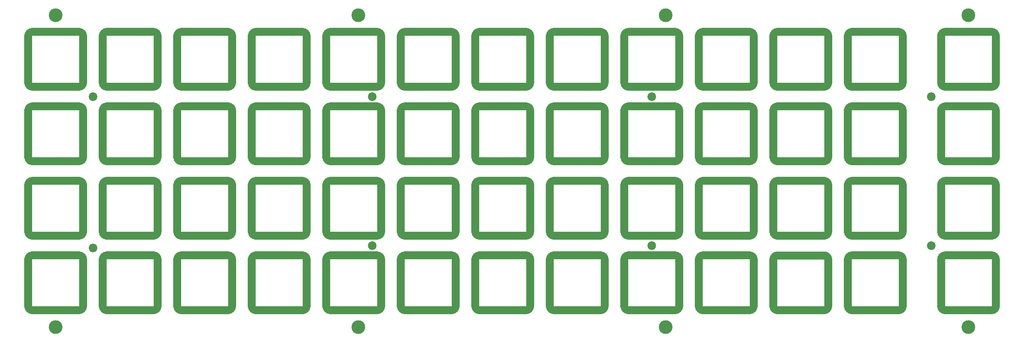
<source format=gbr>
G04 #@! TF.GenerationSoftware,KiCad,Pcbnew,(5.1.10-1-10_14)*
G04 #@! TF.CreationDate,2021-09-09T13:03:30-05:00*
G04 #@! TF.ProjectId,ori_top_plate,6f72695f-746f-4705-9f70-6c6174652e6b,rev?*
G04 #@! TF.SameCoordinates,Original*
G04 #@! TF.FileFunction,Soldermask,Top*
G04 #@! TF.FilePolarity,Negative*
%FSLAX46Y46*%
G04 Gerber Fmt 4.6, Leading zero omitted, Abs format (unit mm)*
G04 Created by KiCad (PCBNEW (5.1.10-1-10_14)) date 2021-09-09 13:03:30*
%MOMM*%
%LPD*%
G01*
G04 APERTURE LIST*
%ADD10C,2.000000*%
%ADD11C,2.200000*%
%ADD12C,3.500000*%
G04 APERTURE END LIST*
D10*
X314373170Y-100156700D02*
X302373170Y-100156700D01*
X301373170Y-113156700D02*
X301373170Y-101156700D01*
X302373170Y-114156700D02*
X314373170Y-114156700D01*
X315373170Y-101156700D02*
X315373170Y-113156700D01*
X314373170Y-100156700D02*
G75*
G02*
X315373170Y-101156700I0J-1000000D01*
G01*
X315373170Y-113156700D02*
G75*
G02*
X314373170Y-114156700I-1000000J0D01*
G01*
X302373170Y-114156700D02*
G75*
G02*
X301373170Y-113156700I0J1000000D01*
G01*
X301373170Y-101156700D02*
G75*
G02*
X302373170Y-100156700I1000000J0D01*
G01*
X161972530Y-43006460D02*
X149972530Y-43006460D01*
X148972530Y-56006460D02*
X148972530Y-44006460D01*
X149972530Y-57006460D02*
X161972530Y-57006460D01*
X162972530Y-44006460D02*
X162972530Y-56006460D01*
X161972530Y-43006460D02*
G75*
G02*
X162972530Y-44006460I0J-1000000D01*
G01*
X162972530Y-56006460D02*
G75*
G02*
X161972530Y-57006460I-1000000J0D01*
G01*
X149972530Y-57006460D02*
G75*
G02*
X148972530Y-56006460I0J1000000D01*
G01*
X148972530Y-44006460D02*
G75*
G02*
X149972530Y-43006460I1000000J0D01*
G01*
X395336010Y-100156700D02*
X383336010Y-100156700D01*
X382336010Y-113156700D02*
X382336010Y-101156700D01*
X383336010Y-114156700D02*
X395336010Y-114156700D01*
X396336010Y-101156700D02*
X396336010Y-113156700D01*
X395336010Y-100156700D02*
G75*
G02*
X396336010Y-101156700I0J-1000000D01*
G01*
X396336010Y-113156700D02*
G75*
G02*
X395336010Y-114156700I-1000000J0D01*
G01*
X383336010Y-114156700D02*
G75*
G02*
X382336010Y-113156700I0J1000000D01*
G01*
X382336010Y-101156700D02*
G75*
G02*
X383336010Y-100156700I1000000J0D01*
G01*
X395335890Y-81106428D02*
X383335890Y-81106428D01*
X382335890Y-94106428D02*
X382335890Y-82106428D01*
X383335890Y-95106428D02*
X395335890Y-95106428D01*
X396335890Y-82106428D02*
X396335890Y-94106428D01*
X395335890Y-81106428D02*
G75*
G02*
X396335890Y-82106428I0J-1000000D01*
G01*
X396335890Y-94106428D02*
G75*
G02*
X395335890Y-95106428I-1000000J0D01*
G01*
X383335890Y-95106428D02*
G75*
G02*
X382335890Y-94106428I0J1000000D01*
G01*
X382335890Y-82106428D02*
G75*
G02*
X383335890Y-81106428I1000000J0D01*
G01*
X395335890Y-62056444D02*
X383335890Y-62056444D01*
X382335890Y-75056444D02*
X382335890Y-63056444D01*
X383335890Y-76056444D02*
X395335890Y-76056444D01*
X396335890Y-63056444D02*
X396335890Y-75056444D01*
X395335890Y-62056444D02*
G75*
G02*
X396335890Y-63056444I0J-1000000D01*
G01*
X396335890Y-75056444D02*
G75*
G02*
X395335890Y-76056444I-1000000J0D01*
G01*
X383335890Y-76056444D02*
G75*
G02*
X382335890Y-75056444I0J1000000D01*
G01*
X382335890Y-63056444D02*
G75*
G02*
X383335890Y-62056444I1000000J0D01*
G01*
X395336010Y-43006460D02*
X383336010Y-43006460D01*
X382336010Y-56006460D02*
X382336010Y-44006460D01*
X383336010Y-57006460D02*
X395336010Y-57006460D01*
X396336010Y-44006460D02*
X396336010Y-56006460D01*
X395336010Y-43006460D02*
G75*
G02*
X396336010Y-44006460I0J-1000000D01*
G01*
X396336010Y-56006460D02*
G75*
G02*
X395336010Y-57006460I-1000000J0D01*
G01*
X383336010Y-57006460D02*
G75*
G02*
X382336010Y-56006460I0J1000000D01*
G01*
X382336010Y-44006460D02*
G75*
G02*
X383336010Y-43006460I1000000J0D01*
G01*
X371523410Y-100156700D02*
X359523410Y-100156700D01*
X358523410Y-113156700D02*
X358523410Y-101156700D01*
X359523410Y-114156700D02*
X371523410Y-114156700D01*
X372523410Y-101156700D02*
X372523410Y-113156700D01*
X371523410Y-100156700D02*
G75*
G02*
X372523410Y-101156700I0J-1000000D01*
G01*
X372523410Y-113156700D02*
G75*
G02*
X371523410Y-114156700I-1000000J0D01*
G01*
X359523410Y-114156700D02*
G75*
G02*
X358523410Y-113156700I0J1000000D01*
G01*
X358523410Y-101156700D02*
G75*
G02*
X359523410Y-100156700I1000000J0D01*
G01*
X352473330Y-100160000D02*
X340473330Y-100160000D01*
X339473330Y-113160000D02*
X339473330Y-101160000D01*
X340473330Y-114160000D02*
X352473330Y-114160000D01*
X353473330Y-101160000D02*
X353473330Y-113160000D01*
X352473330Y-100160000D02*
G75*
G02*
X353473330Y-101160000I0J-1000000D01*
G01*
X353473330Y-113160000D02*
G75*
G02*
X352473330Y-114160000I-1000000J0D01*
G01*
X340473330Y-114160000D02*
G75*
G02*
X339473330Y-113160000I0J1000000D01*
G01*
X339473330Y-101160000D02*
G75*
G02*
X340473330Y-100160000I1000000J0D01*
G01*
X333423250Y-100156700D02*
X321423250Y-100156700D01*
X320423250Y-113156700D02*
X320423250Y-101156700D01*
X321423250Y-114156700D02*
X333423250Y-114156700D01*
X334423250Y-101156700D02*
X334423250Y-113156700D01*
X333423250Y-100156700D02*
G75*
G02*
X334423250Y-101156700I0J-1000000D01*
G01*
X334423250Y-113156700D02*
G75*
G02*
X333423250Y-114156700I-1000000J0D01*
G01*
X321423250Y-114156700D02*
G75*
G02*
X320423250Y-113156700I0J1000000D01*
G01*
X320423250Y-101156700D02*
G75*
G02*
X321423250Y-100156700I1000000J0D01*
G01*
X295323090Y-100156700D02*
X283323090Y-100156700D01*
X282323090Y-113156700D02*
X282323090Y-101156700D01*
X283323090Y-114156700D02*
X295323090Y-114156700D01*
X296323090Y-101156700D02*
X296323090Y-113156700D01*
X295323090Y-100156700D02*
G75*
G02*
X296323090Y-101156700I0J-1000000D01*
G01*
X296323090Y-113156700D02*
G75*
G02*
X295323090Y-114156700I-1000000J0D01*
G01*
X283323090Y-114156700D02*
G75*
G02*
X282323090Y-113156700I0J1000000D01*
G01*
X282323090Y-101156700D02*
G75*
G02*
X283323090Y-100156700I1000000J0D01*
G01*
X276273010Y-100156700D02*
X264273010Y-100156700D01*
X263273010Y-113156700D02*
X263273010Y-101156700D01*
X264273010Y-114156700D02*
X276273010Y-114156700D01*
X277273010Y-101156700D02*
X277273010Y-113156700D01*
X276273010Y-100156700D02*
G75*
G02*
X277273010Y-101156700I0J-1000000D01*
G01*
X277273010Y-113156700D02*
G75*
G02*
X276273010Y-114156700I-1000000J0D01*
G01*
X264273010Y-114156700D02*
G75*
G02*
X263273010Y-113156700I0J1000000D01*
G01*
X263273010Y-101156700D02*
G75*
G02*
X264273010Y-100156700I1000000J0D01*
G01*
X257222930Y-100156700D02*
X245222930Y-100156700D01*
X244222930Y-113156700D02*
X244222930Y-101156700D01*
X245222930Y-114156700D02*
X257222930Y-114156700D01*
X258222930Y-101156700D02*
X258222930Y-113156700D01*
X257222930Y-100156700D02*
G75*
G02*
X258222930Y-101156700I0J-1000000D01*
G01*
X258222930Y-113156700D02*
G75*
G02*
X257222930Y-114156700I-1000000J0D01*
G01*
X245222930Y-114156700D02*
G75*
G02*
X244222930Y-113156700I0J1000000D01*
G01*
X244222930Y-101156700D02*
G75*
G02*
X245222930Y-100156700I1000000J0D01*
G01*
X238172850Y-100156700D02*
X226172850Y-100156700D01*
X225172850Y-113156700D02*
X225172850Y-101156700D01*
X226172850Y-114156700D02*
X238172850Y-114156700D01*
X239172850Y-101156700D02*
X239172850Y-113156700D01*
X238172850Y-100156700D02*
G75*
G02*
X239172850Y-101156700I0J-1000000D01*
G01*
X239172850Y-113156700D02*
G75*
G02*
X238172850Y-114156700I-1000000J0D01*
G01*
X226172850Y-114156700D02*
G75*
G02*
X225172850Y-113156700I0J1000000D01*
G01*
X225172850Y-101156700D02*
G75*
G02*
X226172850Y-100156700I1000000J0D01*
G01*
X219122770Y-100156700D02*
X207122770Y-100156700D01*
X206122770Y-113156700D02*
X206122770Y-101156700D01*
X207122770Y-114156700D02*
X219122770Y-114156700D01*
X220122770Y-101156700D02*
X220122770Y-113156700D01*
X219122770Y-100156700D02*
G75*
G02*
X220122770Y-101156700I0J-1000000D01*
G01*
X220122770Y-113156700D02*
G75*
G02*
X219122770Y-114156700I-1000000J0D01*
G01*
X207122770Y-114156700D02*
G75*
G02*
X206122770Y-113156700I0J1000000D01*
G01*
X206122770Y-101156700D02*
G75*
G02*
X207122770Y-100156700I1000000J0D01*
G01*
X200072690Y-100156700D02*
X188072690Y-100156700D01*
X187072690Y-113156700D02*
X187072690Y-101156700D01*
X188072690Y-114156700D02*
X200072690Y-114156700D01*
X201072690Y-101156700D02*
X201072690Y-113156700D01*
X200072690Y-100156700D02*
G75*
G02*
X201072690Y-101156700I0J-1000000D01*
G01*
X201072690Y-113156700D02*
G75*
G02*
X200072690Y-114156700I-1000000J0D01*
G01*
X188072690Y-114156700D02*
G75*
G02*
X187072690Y-113156700I0J1000000D01*
G01*
X187072690Y-101156700D02*
G75*
G02*
X188072690Y-100156700I1000000J0D01*
G01*
X181022610Y-100156700D02*
X169022610Y-100156700D01*
X168022610Y-113156700D02*
X168022610Y-101156700D01*
X169022610Y-114156700D02*
X181022610Y-114156700D01*
X182022610Y-101156700D02*
X182022610Y-113156700D01*
X181022610Y-100156700D02*
G75*
G02*
X182022610Y-101156700I0J-1000000D01*
G01*
X182022610Y-113156700D02*
G75*
G02*
X181022610Y-114156700I-1000000J0D01*
G01*
X169022610Y-114156700D02*
G75*
G02*
X168022610Y-113156700I0J1000000D01*
G01*
X168022610Y-101156700D02*
G75*
G02*
X169022610Y-100156700I1000000J0D01*
G01*
X161972530Y-100156700D02*
X149972530Y-100156700D01*
X148972530Y-113156700D02*
X148972530Y-101156700D01*
X149972530Y-114156700D02*
X161972530Y-114156700D01*
X162972530Y-101156700D02*
X162972530Y-113156700D01*
X161972530Y-100156700D02*
G75*
G02*
X162972530Y-101156700I0J-1000000D01*
G01*
X162972530Y-113156700D02*
G75*
G02*
X161972530Y-114156700I-1000000J0D01*
G01*
X149972530Y-114156700D02*
G75*
G02*
X148972530Y-113156700I0J1000000D01*
G01*
X148972530Y-101156700D02*
G75*
G02*
X149972530Y-100156700I1000000J0D01*
G01*
X371523410Y-81106620D02*
X359523410Y-81106620D01*
X358523410Y-94106620D02*
X358523410Y-82106620D01*
X359523410Y-95106620D02*
X371523410Y-95106620D01*
X372523410Y-82106620D02*
X372523410Y-94106620D01*
X371523410Y-81106620D02*
G75*
G02*
X372523410Y-82106620I0J-1000000D01*
G01*
X372523410Y-94106620D02*
G75*
G02*
X371523410Y-95106620I-1000000J0D01*
G01*
X359523410Y-95106620D02*
G75*
G02*
X358523410Y-94106620I0J1000000D01*
G01*
X358523410Y-82106620D02*
G75*
G02*
X359523410Y-81106620I1000000J0D01*
G01*
X352473330Y-81106620D02*
X340473330Y-81106620D01*
X339473330Y-94106620D02*
X339473330Y-82106620D01*
X340473330Y-95106620D02*
X352473330Y-95106620D01*
X353473330Y-82106620D02*
X353473330Y-94106620D01*
X352473330Y-81106620D02*
G75*
G02*
X353473330Y-82106620I0J-1000000D01*
G01*
X353473330Y-94106620D02*
G75*
G02*
X352473330Y-95106620I-1000000J0D01*
G01*
X340473330Y-95106620D02*
G75*
G02*
X339473330Y-94106620I0J1000000D01*
G01*
X339473330Y-82106620D02*
G75*
G02*
X340473330Y-81106620I1000000J0D01*
G01*
X333423250Y-81106620D02*
X321423250Y-81106620D01*
X320423250Y-94106620D02*
X320423250Y-82106620D01*
X321423250Y-95106620D02*
X333423250Y-95106620D01*
X334423250Y-82106620D02*
X334423250Y-94106620D01*
X333423250Y-81106620D02*
G75*
G02*
X334423250Y-82106620I0J-1000000D01*
G01*
X334423250Y-94106620D02*
G75*
G02*
X333423250Y-95106620I-1000000J0D01*
G01*
X321423250Y-95106620D02*
G75*
G02*
X320423250Y-94106620I0J1000000D01*
G01*
X320423250Y-82106620D02*
G75*
G02*
X321423250Y-81106620I1000000J0D01*
G01*
X314373170Y-81106620D02*
X302373170Y-81106620D01*
X301373170Y-94106620D02*
X301373170Y-82106620D01*
X302373170Y-95106620D02*
X314373170Y-95106620D01*
X315373170Y-82106620D02*
X315373170Y-94106620D01*
X314373170Y-81106620D02*
G75*
G02*
X315373170Y-82106620I0J-1000000D01*
G01*
X315373170Y-94106620D02*
G75*
G02*
X314373170Y-95106620I-1000000J0D01*
G01*
X302373170Y-95106620D02*
G75*
G02*
X301373170Y-94106620I0J1000000D01*
G01*
X301373170Y-82106620D02*
G75*
G02*
X302373170Y-81106620I1000000J0D01*
G01*
X295323090Y-81106620D02*
X283323090Y-81106620D01*
X282323090Y-94106620D02*
X282323090Y-82106620D01*
X283323090Y-95106620D02*
X295323090Y-95106620D01*
X296323090Y-82106620D02*
X296323090Y-94106620D01*
X295323090Y-81106620D02*
G75*
G02*
X296323090Y-82106620I0J-1000000D01*
G01*
X296323090Y-94106620D02*
G75*
G02*
X295323090Y-95106620I-1000000J0D01*
G01*
X283323090Y-95106620D02*
G75*
G02*
X282323090Y-94106620I0J1000000D01*
G01*
X282323090Y-82106620D02*
G75*
G02*
X283323090Y-81106620I1000000J0D01*
G01*
X276273010Y-81106620D02*
X264273010Y-81106620D01*
X263273010Y-94106620D02*
X263273010Y-82106620D01*
X264273010Y-95106620D02*
X276273010Y-95106620D01*
X277273010Y-82106620D02*
X277273010Y-94106620D01*
X276273010Y-81106620D02*
G75*
G02*
X277273010Y-82106620I0J-1000000D01*
G01*
X277273010Y-94106620D02*
G75*
G02*
X276273010Y-95106620I-1000000J0D01*
G01*
X264273010Y-95106620D02*
G75*
G02*
X263273010Y-94106620I0J1000000D01*
G01*
X263273010Y-82106620D02*
G75*
G02*
X264273010Y-81106620I1000000J0D01*
G01*
X257222930Y-81106620D02*
X245222930Y-81106620D01*
X244222930Y-94106620D02*
X244222930Y-82106620D01*
X245222930Y-95106620D02*
X257222930Y-95106620D01*
X258222930Y-82106620D02*
X258222930Y-94106620D01*
X257222930Y-81106620D02*
G75*
G02*
X258222930Y-82106620I0J-1000000D01*
G01*
X258222930Y-94106620D02*
G75*
G02*
X257222930Y-95106620I-1000000J0D01*
G01*
X245222930Y-95106620D02*
G75*
G02*
X244222930Y-94106620I0J1000000D01*
G01*
X244222930Y-82106620D02*
G75*
G02*
X245222930Y-81106620I1000000J0D01*
G01*
X238172850Y-81106620D02*
X226172850Y-81106620D01*
X225172850Y-94106620D02*
X225172850Y-82106620D01*
X226172850Y-95106620D02*
X238172850Y-95106620D01*
X239172850Y-82106620D02*
X239172850Y-94106620D01*
X238172850Y-81106620D02*
G75*
G02*
X239172850Y-82106620I0J-1000000D01*
G01*
X239172850Y-94106620D02*
G75*
G02*
X238172850Y-95106620I-1000000J0D01*
G01*
X226172850Y-95106620D02*
G75*
G02*
X225172850Y-94106620I0J1000000D01*
G01*
X225172850Y-82106620D02*
G75*
G02*
X226172850Y-81106620I1000000J0D01*
G01*
X219122770Y-81106620D02*
X207122770Y-81106620D01*
X206122770Y-94106620D02*
X206122770Y-82106620D01*
X207122770Y-95106620D02*
X219122770Y-95106620D01*
X220122770Y-82106620D02*
X220122770Y-94106620D01*
X219122770Y-81106620D02*
G75*
G02*
X220122770Y-82106620I0J-1000000D01*
G01*
X220122770Y-94106620D02*
G75*
G02*
X219122770Y-95106620I-1000000J0D01*
G01*
X207122770Y-95106620D02*
G75*
G02*
X206122770Y-94106620I0J1000000D01*
G01*
X206122770Y-82106620D02*
G75*
G02*
X207122770Y-81106620I1000000J0D01*
G01*
X200072690Y-81106620D02*
X188072690Y-81106620D01*
X187072690Y-94106620D02*
X187072690Y-82106620D01*
X188072690Y-95106620D02*
X200072690Y-95106620D01*
X201072690Y-82106620D02*
X201072690Y-94106620D01*
X200072690Y-81106620D02*
G75*
G02*
X201072690Y-82106620I0J-1000000D01*
G01*
X201072690Y-94106620D02*
G75*
G02*
X200072690Y-95106620I-1000000J0D01*
G01*
X188072690Y-95106620D02*
G75*
G02*
X187072690Y-94106620I0J1000000D01*
G01*
X187072690Y-82106620D02*
G75*
G02*
X188072690Y-81106620I1000000J0D01*
G01*
X181022610Y-81106620D02*
X169022610Y-81106620D01*
X168022610Y-94106620D02*
X168022610Y-82106620D01*
X169022610Y-95106620D02*
X181022610Y-95106620D01*
X182022610Y-82106620D02*
X182022610Y-94106620D01*
X181022610Y-81106620D02*
G75*
G02*
X182022610Y-82106620I0J-1000000D01*
G01*
X182022610Y-94106620D02*
G75*
G02*
X181022610Y-95106620I-1000000J0D01*
G01*
X169022610Y-95106620D02*
G75*
G02*
X168022610Y-94106620I0J1000000D01*
G01*
X168022610Y-82106620D02*
G75*
G02*
X169022610Y-81106620I1000000J0D01*
G01*
X161972530Y-81106620D02*
X149972530Y-81106620D01*
X148972530Y-94106620D02*
X148972530Y-82106620D01*
X149972530Y-95106620D02*
X161972530Y-95106620D01*
X162972530Y-82106620D02*
X162972530Y-94106620D01*
X161972530Y-81106620D02*
G75*
G02*
X162972530Y-82106620I0J-1000000D01*
G01*
X162972530Y-94106620D02*
G75*
G02*
X161972530Y-95106620I-1000000J0D01*
G01*
X149972530Y-95106620D02*
G75*
G02*
X148972530Y-94106620I0J1000000D01*
G01*
X148972530Y-82106620D02*
G75*
G02*
X149972530Y-81106620I1000000J0D01*
G01*
X371523410Y-62056540D02*
X359523410Y-62056540D01*
X358523410Y-75056540D02*
X358523410Y-63056540D01*
X359523410Y-76056540D02*
X371523410Y-76056540D01*
X372523410Y-63056540D02*
X372523410Y-75056540D01*
X371523410Y-62056540D02*
G75*
G02*
X372523410Y-63056540I0J-1000000D01*
G01*
X372523410Y-75056540D02*
G75*
G02*
X371523410Y-76056540I-1000000J0D01*
G01*
X359523410Y-76056540D02*
G75*
G02*
X358523410Y-75056540I0J1000000D01*
G01*
X358523410Y-63056540D02*
G75*
G02*
X359523410Y-62056540I1000000J0D01*
G01*
X352473330Y-62056540D02*
X340473330Y-62056540D01*
X339473330Y-75056540D02*
X339473330Y-63056540D01*
X340473330Y-76056540D02*
X352473330Y-76056540D01*
X353473330Y-63056540D02*
X353473330Y-75056540D01*
X352473330Y-62056540D02*
G75*
G02*
X353473330Y-63056540I0J-1000000D01*
G01*
X353473330Y-75056540D02*
G75*
G02*
X352473330Y-76056540I-1000000J0D01*
G01*
X340473330Y-76056540D02*
G75*
G02*
X339473330Y-75056540I0J1000000D01*
G01*
X339473330Y-63056540D02*
G75*
G02*
X340473330Y-62056540I1000000J0D01*
G01*
X333423250Y-62056540D02*
X321423250Y-62056540D01*
X320423250Y-75056540D02*
X320423250Y-63056540D01*
X321423250Y-76056540D02*
X333423250Y-76056540D01*
X334423250Y-63056540D02*
X334423250Y-75056540D01*
X333423250Y-62056540D02*
G75*
G02*
X334423250Y-63056540I0J-1000000D01*
G01*
X334423250Y-75056540D02*
G75*
G02*
X333423250Y-76056540I-1000000J0D01*
G01*
X321423250Y-76056540D02*
G75*
G02*
X320423250Y-75056540I0J1000000D01*
G01*
X320423250Y-63056540D02*
G75*
G02*
X321423250Y-62056540I1000000J0D01*
G01*
X314373170Y-62056540D02*
X302373170Y-62056540D01*
X301373170Y-75056540D02*
X301373170Y-63056540D01*
X302373170Y-76056540D02*
X314373170Y-76056540D01*
X315373170Y-63056540D02*
X315373170Y-75056540D01*
X314373170Y-62056540D02*
G75*
G02*
X315373170Y-63056540I0J-1000000D01*
G01*
X315373170Y-75056540D02*
G75*
G02*
X314373170Y-76056540I-1000000J0D01*
G01*
X302373170Y-76056540D02*
G75*
G02*
X301373170Y-75056540I0J1000000D01*
G01*
X301373170Y-63056540D02*
G75*
G02*
X302373170Y-62056540I1000000J0D01*
G01*
X295323090Y-62056540D02*
X283323090Y-62056540D01*
X282323090Y-75056540D02*
X282323090Y-63056540D01*
X283323090Y-76056540D02*
X295323090Y-76056540D01*
X296323090Y-63056540D02*
X296323090Y-75056540D01*
X295323090Y-62056540D02*
G75*
G02*
X296323090Y-63056540I0J-1000000D01*
G01*
X296323090Y-75056540D02*
G75*
G02*
X295323090Y-76056540I-1000000J0D01*
G01*
X283323090Y-76056540D02*
G75*
G02*
X282323090Y-75056540I0J1000000D01*
G01*
X282323090Y-63056540D02*
G75*
G02*
X283323090Y-62056540I1000000J0D01*
G01*
X276273010Y-62056540D02*
X264273010Y-62056540D01*
X263273010Y-75056540D02*
X263273010Y-63056540D01*
X264273010Y-76056540D02*
X276273010Y-76056540D01*
X277273010Y-63056540D02*
X277273010Y-75056540D01*
X276273010Y-62056540D02*
G75*
G02*
X277273010Y-63056540I0J-1000000D01*
G01*
X277273010Y-75056540D02*
G75*
G02*
X276273010Y-76056540I-1000000J0D01*
G01*
X264273010Y-76056540D02*
G75*
G02*
X263273010Y-75056540I0J1000000D01*
G01*
X263273010Y-63056540D02*
G75*
G02*
X264273010Y-62056540I1000000J0D01*
G01*
X257222930Y-62056540D02*
X245222930Y-62056540D01*
X244222930Y-75056540D02*
X244222930Y-63056540D01*
X245222930Y-76056540D02*
X257222930Y-76056540D01*
X258222930Y-63056540D02*
X258222930Y-75056540D01*
X257222930Y-62056540D02*
G75*
G02*
X258222930Y-63056540I0J-1000000D01*
G01*
X258222930Y-75056540D02*
G75*
G02*
X257222930Y-76056540I-1000000J0D01*
G01*
X245222930Y-76056540D02*
G75*
G02*
X244222930Y-75056540I0J1000000D01*
G01*
X244222930Y-63056540D02*
G75*
G02*
X245222930Y-62056540I1000000J0D01*
G01*
X238172850Y-62056540D02*
X226172850Y-62056540D01*
X225172850Y-75056540D02*
X225172850Y-63056540D01*
X226172850Y-76056540D02*
X238172850Y-76056540D01*
X239172850Y-63056540D02*
X239172850Y-75056540D01*
X238172850Y-62056540D02*
G75*
G02*
X239172850Y-63056540I0J-1000000D01*
G01*
X239172850Y-75056540D02*
G75*
G02*
X238172850Y-76056540I-1000000J0D01*
G01*
X226172850Y-76056540D02*
G75*
G02*
X225172850Y-75056540I0J1000000D01*
G01*
X225172850Y-63056540D02*
G75*
G02*
X226172850Y-62056540I1000000J0D01*
G01*
X219122770Y-62056540D02*
X207122770Y-62056540D01*
X206122770Y-75056540D02*
X206122770Y-63056540D01*
X207122770Y-76056540D02*
X219122770Y-76056540D01*
X220122770Y-63056540D02*
X220122770Y-75056540D01*
X219122770Y-62056540D02*
G75*
G02*
X220122770Y-63056540I0J-1000000D01*
G01*
X220122770Y-75056540D02*
G75*
G02*
X219122770Y-76056540I-1000000J0D01*
G01*
X207122770Y-76056540D02*
G75*
G02*
X206122770Y-75056540I0J1000000D01*
G01*
X206122770Y-63056540D02*
G75*
G02*
X207122770Y-62056540I1000000J0D01*
G01*
X200072690Y-62056540D02*
X188072690Y-62056540D01*
X187072690Y-75056540D02*
X187072690Y-63056540D01*
X188072690Y-76056540D02*
X200072690Y-76056540D01*
X201072690Y-63056540D02*
X201072690Y-75056540D01*
X200072690Y-62056540D02*
G75*
G02*
X201072690Y-63056540I0J-1000000D01*
G01*
X201072690Y-75056540D02*
G75*
G02*
X200072690Y-76056540I-1000000J0D01*
G01*
X188072690Y-76056540D02*
G75*
G02*
X187072690Y-75056540I0J1000000D01*
G01*
X187072690Y-63056540D02*
G75*
G02*
X188072690Y-62056540I1000000J0D01*
G01*
X181022610Y-62056540D02*
X169022610Y-62056540D01*
X168022610Y-75056540D02*
X168022610Y-63056540D01*
X169022610Y-76056540D02*
X181022610Y-76056540D01*
X182022610Y-63056540D02*
X182022610Y-75056540D01*
X181022610Y-62056540D02*
G75*
G02*
X182022610Y-63056540I0J-1000000D01*
G01*
X182022610Y-75056540D02*
G75*
G02*
X181022610Y-76056540I-1000000J0D01*
G01*
X169022610Y-76056540D02*
G75*
G02*
X168022610Y-75056540I0J1000000D01*
G01*
X168022610Y-63056540D02*
G75*
G02*
X169022610Y-62056540I1000000J0D01*
G01*
X161972530Y-62056540D02*
X149972530Y-62056540D01*
X148972530Y-75056540D02*
X148972530Y-63056540D01*
X149972530Y-76056540D02*
X161972530Y-76056540D01*
X162972530Y-63056540D02*
X162972530Y-75056540D01*
X161972530Y-62056540D02*
G75*
G02*
X162972530Y-63056540I0J-1000000D01*
G01*
X162972530Y-75056540D02*
G75*
G02*
X161972530Y-76056540I-1000000J0D01*
G01*
X149972530Y-76056540D02*
G75*
G02*
X148972530Y-75056540I0J1000000D01*
G01*
X148972530Y-63056540D02*
G75*
G02*
X149972530Y-62056540I1000000J0D01*
G01*
X371523410Y-43006460D02*
X359523410Y-43006460D01*
X358523410Y-56006460D02*
X358523410Y-44006460D01*
X359523410Y-57006460D02*
X371523410Y-57006460D01*
X372523410Y-44006460D02*
X372523410Y-56006460D01*
X371523410Y-43006460D02*
G75*
G02*
X372523410Y-44006460I0J-1000000D01*
G01*
X372523410Y-56006460D02*
G75*
G02*
X371523410Y-57006460I-1000000J0D01*
G01*
X359523410Y-57006460D02*
G75*
G02*
X358523410Y-56006460I0J1000000D01*
G01*
X358523410Y-44006460D02*
G75*
G02*
X359523410Y-43006460I1000000J0D01*
G01*
X352473330Y-43006460D02*
X340473330Y-43006460D01*
X339473330Y-56006460D02*
X339473330Y-44006460D01*
X340473330Y-57006460D02*
X352473330Y-57006460D01*
X353473330Y-44006460D02*
X353473330Y-56006460D01*
X352473330Y-43006460D02*
G75*
G02*
X353473330Y-44006460I0J-1000000D01*
G01*
X353473330Y-56006460D02*
G75*
G02*
X352473330Y-57006460I-1000000J0D01*
G01*
X340473330Y-57006460D02*
G75*
G02*
X339473330Y-56006460I0J1000000D01*
G01*
X339473330Y-44006460D02*
G75*
G02*
X340473330Y-43006460I1000000J0D01*
G01*
X333423250Y-43006460D02*
X321423250Y-43006460D01*
X320423250Y-56006460D02*
X320423250Y-44006460D01*
X321423250Y-57006460D02*
X333423250Y-57006460D01*
X334423250Y-44006460D02*
X334423250Y-56006460D01*
X333423250Y-43006460D02*
G75*
G02*
X334423250Y-44006460I0J-1000000D01*
G01*
X334423250Y-56006460D02*
G75*
G02*
X333423250Y-57006460I-1000000J0D01*
G01*
X321423250Y-57006460D02*
G75*
G02*
X320423250Y-56006460I0J1000000D01*
G01*
X320423250Y-44006460D02*
G75*
G02*
X321423250Y-43006460I1000000J0D01*
G01*
X314373170Y-43006460D02*
X302373170Y-43006460D01*
X301373170Y-56006460D02*
X301373170Y-44006460D01*
X302373170Y-57006460D02*
X314373170Y-57006460D01*
X315373170Y-44006460D02*
X315373170Y-56006460D01*
X314373170Y-43006460D02*
G75*
G02*
X315373170Y-44006460I0J-1000000D01*
G01*
X315373170Y-56006460D02*
G75*
G02*
X314373170Y-57006460I-1000000J0D01*
G01*
X302373170Y-57006460D02*
G75*
G02*
X301373170Y-56006460I0J1000000D01*
G01*
X301373170Y-44006460D02*
G75*
G02*
X302373170Y-43006460I1000000J0D01*
G01*
X295323090Y-43006460D02*
X283323090Y-43006460D01*
X282323090Y-56006460D02*
X282323090Y-44006460D01*
X283323090Y-57006460D02*
X295323090Y-57006460D01*
X296323090Y-44006460D02*
X296323090Y-56006460D01*
X295323090Y-43006460D02*
G75*
G02*
X296323090Y-44006460I0J-1000000D01*
G01*
X296323090Y-56006460D02*
G75*
G02*
X295323090Y-57006460I-1000000J0D01*
G01*
X283323090Y-57006460D02*
G75*
G02*
X282323090Y-56006460I0J1000000D01*
G01*
X282323090Y-44006460D02*
G75*
G02*
X283323090Y-43006460I1000000J0D01*
G01*
X276273010Y-43006460D02*
X264273010Y-43006460D01*
X263273010Y-56006460D02*
X263273010Y-44006460D01*
X264273010Y-57006460D02*
X276273010Y-57006460D01*
X277273010Y-44006460D02*
X277273010Y-56006460D01*
X276273010Y-43006460D02*
G75*
G02*
X277273010Y-44006460I0J-1000000D01*
G01*
X277273010Y-56006460D02*
G75*
G02*
X276273010Y-57006460I-1000000J0D01*
G01*
X264273010Y-57006460D02*
G75*
G02*
X263273010Y-56006460I0J1000000D01*
G01*
X263273010Y-44006460D02*
G75*
G02*
X264273010Y-43006460I1000000J0D01*
G01*
X257222930Y-43006460D02*
X245222930Y-43006460D01*
X244222930Y-56006460D02*
X244222930Y-44006460D01*
X245222930Y-57006460D02*
X257222930Y-57006460D01*
X258222930Y-44006460D02*
X258222930Y-56006460D01*
X257222930Y-43006460D02*
G75*
G02*
X258222930Y-44006460I0J-1000000D01*
G01*
X258222930Y-56006460D02*
G75*
G02*
X257222930Y-57006460I-1000000J0D01*
G01*
X245222930Y-57006460D02*
G75*
G02*
X244222930Y-56006460I0J1000000D01*
G01*
X244222930Y-44006460D02*
G75*
G02*
X245222930Y-43006460I1000000J0D01*
G01*
X238172850Y-43006460D02*
X226172850Y-43006460D01*
X225172850Y-56006460D02*
X225172850Y-44006460D01*
X226172850Y-57006460D02*
X238172850Y-57006460D01*
X239172850Y-44006460D02*
X239172850Y-56006460D01*
X238172850Y-43006460D02*
G75*
G02*
X239172850Y-44006460I0J-1000000D01*
G01*
X239172850Y-56006460D02*
G75*
G02*
X238172850Y-57006460I-1000000J0D01*
G01*
X226172850Y-57006460D02*
G75*
G02*
X225172850Y-56006460I0J1000000D01*
G01*
X225172850Y-44006460D02*
G75*
G02*
X226172850Y-43006460I1000000J0D01*
G01*
X219122770Y-43006460D02*
X207122770Y-43006460D01*
X206122770Y-56006460D02*
X206122770Y-44006460D01*
X207122770Y-57006460D02*
X219122770Y-57006460D01*
X220122770Y-44006460D02*
X220122770Y-56006460D01*
X219122770Y-43006460D02*
G75*
G02*
X220122770Y-44006460I0J-1000000D01*
G01*
X220122770Y-56006460D02*
G75*
G02*
X219122770Y-57006460I-1000000J0D01*
G01*
X207122770Y-57006460D02*
G75*
G02*
X206122770Y-56006460I0J1000000D01*
G01*
X206122770Y-44006460D02*
G75*
G02*
X207122770Y-43006460I1000000J0D01*
G01*
X200072690Y-43006460D02*
X188072690Y-43006460D01*
X187072690Y-56006460D02*
X187072690Y-44006460D01*
X188072690Y-57006460D02*
X200072690Y-57006460D01*
X201072690Y-44006460D02*
X201072690Y-56006460D01*
X200072690Y-43006460D02*
G75*
G02*
X201072690Y-44006460I0J-1000000D01*
G01*
X201072690Y-56006460D02*
G75*
G02*
X200072690Y-57006460I-1000000J0D01*
G01*
X188072690Y-57006460D02*
G75*
G02*
X187072690Y-56006460I0J1000000D01*
G01*
X187072690Y-44006460D02*
G75*
G02*
X188072690Y-43006460I1000000J0D01*
G01*
X181022610Y-43006460D02*
X169022610Y-43006460D01*
X168022610Y-56006460D02*
X168022610Y-44006460D01*
X169022610Y-57006460D02*
X181022610Y-57006460D01*
X182022610Y-44006460D02*
X182022610Y-56006460D01*
X181022610Y-43006460D02*
G75*
G02*
X182022610Y-44006460I0J-1000000D01*
G01*
X182022610Y-56006460D02*
G75*
G02*
X181022610Y-57006460I-1000000J0D01*
G01*
X169022610Y-57006460D02*
G75*
G02*
X168022610Y-56006460I0J1000000D01*
G01*
X168022610Y-44006460D02*
G75*
G02*
X169022610Y-43006460I1000000J0D01*
G01*
D11*
X379810898Y-97631420D03*
X379810898Y-59531452D03*
X308373458Y-97631420D03*
X308373458Y-59531452D03*
X236936018Y-97631420D03*
X236936018Y-59531452D03*
X165498578Y-98226732D03*
X165498578Y-59531452D03*
D12*
X155973586Y-38695532D03*
X155973586Y-118467340D03*
X233364146Y-38695532D03*
X233364146Y-118454889D03*
X311945330Y-38695532D03*
X311945330Y-118467340D03*
X389335890Y-38695532D03*
X389335890Y-118467340D03*
M02*

</source>
